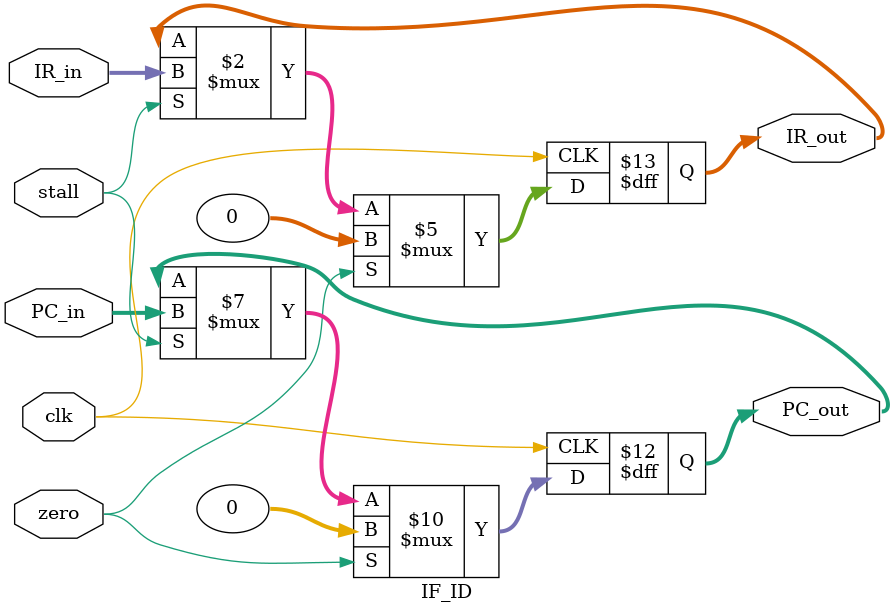
<source format=v>
`timescale 1ns / 1ps


module IF_ID#(parameter PC_BITS=32,parameter IR_BITS=32)(clk,PC_in,IR_in,PC_out,IR_out,zero,stall);
        input clk;
        input [PC_BITS-1:0] PC_in;
        input [IR_BITS-1:0] IR_in;
        output reg [PC_BITS-1:0] PC_out;
        output reg [IR_BITS-1:0] IR_out;
        input zero;
        input stall;
        always @(posedge clk)
            begin
                if(zero)begin
                    PC_out<=0;
                    IR_out<=0;
                    end
                else  if(stall)
                    begin
                    PC_out<=PC_in;
                    IR_out<=IR_in;
                    end
                else;
            end
    endmodule   

</source>
